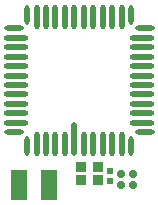
<source format=gbs>
%FSLAX25Y25*%
%MOIN*%
G70*
G01*
G75*
G04 Layer_Color=16711935*
%ADD10R,0.06496X0.09370*%
%ADD11R,0.02756X0.00984*%
%ADD12R,0.01969X0.01969*%
%ADD13R,0.03100X0.03100*%
%ADD14R,0.01969X0.01969*%
%ADD15R,0.03000X0.03000*%
%ADD16R,0.03000X0.03000*%
%ADD17C,0.03504*%
%ADD18R,0.03701X0.03701*%
%ADD19R,0.04449X0.05787*%
%ADD20R,0.05787X0.04449*%
%ADD21R,0.10709X0.05079*%
%ADD22R,0.12205X0.12205*%
%ADD23R,0.00984X0.02362*%
%ADD24R,0.02362X0.00984*%
%ADD25R,0.06299X0.03543*%
%ADD26R,0.01102X0.01969*%
%ADD27R,0.01181X0.01929*%
%ADD28R,0.01181X0.02047*%
%ADD29R,0.05118X0.02756*%
%ADD30R,0.04921X0.05118*%
%ADD31C,0.00800*%
%ADD32C,0.00600*%
%ADD33C,0.01000*%
%ADD34C,0.02500*%
%ADD35C,0.00500*%
%ADD36C,0.02000*%
%ADD37C,0.01200*%
%ADD38C,0.01969*%
%ADD39C,0.02200*%
%ADD40C,0.01400*%
%ADD41R,0.05000X0.10000*%
%ADD42O,0.01575X0.06299*%
%ADD43O,0.01575X0.07874*%
%ADD44O,0.01575X0.11024*%
%ADD45O,0.06299X0.01575*%
%ADD46O,0.07874X0.01575*%
%ADD47C,0.00394*%
%ADD48C,0.00984*%
%ADD49C,0.00787*%
%ADD50R,0.05512X0.05512*%
%ADD51R,0.05512X0.05906*%
%ADD52R,0.00984X0.01969*%
%ADD53R,0.05118X0.02756*%
%ADD54R,0.02756X0.00000*%
%ADD55R,0.07299X0.10173*%
%ADD56R,0.03559X0.01787*%
%ADD57R,0.02169X0.02169*%
%ADD58R,0.03300X0.03300*%
%ADD59R,0.02169X0.02169*%
%ADD60R,0.03200X0.03200*%
%ADD61R,0.03200X0.03200*%
%ADD62C,0.03704*%
%ADD63R,0.03901X0.03901*%
%ADD64R,0.04649X0.05987*%
%ADD65R,0.05987X0.04649*%
%ADD66R,0.10909X0.05279*%
%ADD67R,0.12405X0.12405*%
%ADD68R,0.06850X0.04095*%
%ADD69R,0.01654X0.02520*%
%ADD70R,0.01575X0.02323*%
%ADD71R,0.01575X0.02441*%
%ADD72R,0.05318X0.02956*%
%ADD73R,0.05121X0.05318*%
%ADD74C,0.02769*%
%ADD75R,0.05200X0.10200*%
%ADD76O,0.01775X0.06499*%
%ADD77O,0.01775X0.08074*%
%ADD78O,0.01775X0.11224*%
%ADD79O,0.06499X0.01775*%
%ADD80O,0.08074X0.01775*%
D59*
X41800Y10772D02*
D03*
Y7228D02*
D03*
D61*
X37750Y7700D02*
D03*
X32250D02*
D03*
X37750Y12200D02*
D03*
X32250D02*
D03*
D74*
X45632Y9868D02*
D03*
X49569D02*
D03*
X45632Y5931D02*
D03*
X49569D02*
D03*
D75*
X11500Y6100D02*
D03*
X21500D02*
D03*
D76*
X14175Y19080D02*
D03*
X48820D02*
D03*
Y62781D02*
D03*
X14175D02*
D03*
D77*
X17324Y19868D02*
D03*
X20474D02*
D03*
X23624D02*
D03*
X26773D02*
D03*
X33073D02*
D03*
X36222D02*
D03*
X39372D02*
D03*
X42521D02*
D03*
X45671D02*
D03*
Y61994D02*
D03*
X42521D02*
D03*
X39372D02*
D03*
X36222D02*
D03*
X33073D02*
D03*
X29923D02*
D03*
X26773D02*
D03*
X23624D02*
D03*
X20474D02*
D03*
X17324D02*
D03*
D78*
X29923Y21443D02*
D03*
D79*
X53348Y23608D02*
D03*
Y58254D02*
D03*
X9647D02*
D03*
Y23608D02*
D03*
D80*
X52561Y26758D02*
D03*
Y29907D02*
D03*
Y33057D02*
D03*
Y36206D02*
D03*
Y39356D02*
D03*
Y42506D02*
D03*
Y45655D02*
D03*
Y48805D02*
D03*
Y51954D02*
D03*
Y55104D02*
D03*
X10435D02*
D03*
Y51954D02*
D03*
Y48805D02*
D03*
Y45655D02*
D03*
Y42506D02*
D03*
Y39356D02*
D03*
Y36206D02*
D03*
Y33057D02*
D03*
Y29907D02*
D03*
Y26758D02*
D03*
M02*

</source>
